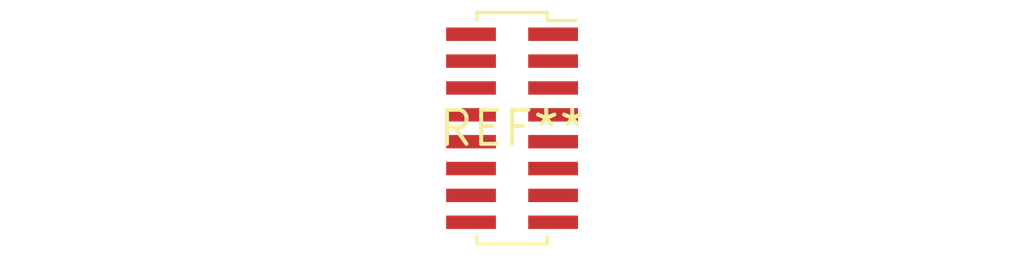
<source format=kicad_pcb>
(kicad_pcb (version 20240108) (generator pcbnew)
  (layers (0 "F.Cu" signal) (31 "B.Cu" signal) (34 "B.Paste" user) (35 "F.Paste" user) (36 "B.SilkS" user "B.Silkscreen") (37 "F.SilkS" user "F.Silkscreen") (38 "B.Mask" user) (39 "F.Mask" user) (44 "Edge.Cuts" user))
  (net 0 "")
  (footprint "PinSocket_2x08_P1.00mm_Vertical_SMD" (layer "F.Cu") (at 0 0)
    (property "Reference" "REF**")
    (property "Value" "PinSocket_2x08_P1.00mm_Vertical_SMD")
    (fp_line (start -1.31 -4.31) (end -1.31 -4.01) (layer "F.SilkS") (stroke (width 0.12)))
    (fp_line (start -1.31 -4.31) (end 1.31 -4.31) (layer "F.SilkS") (stroke (width 0.12)))
    (fp_line (start -1.31 4.01) (end -1.31 4.31) (layer "F.SilkS") (stroke (width 0.12)))
    (fp_line (start -1.31 4.31) (end 1.31 4.31) (layer "F.SilkS") (stroke (width 0.12)))
    (fp_line (start 1.31 -4.31) (end 1.31 -4.01) (layer "F.SilkS") (stroke (width 0.12)))
    (fp_line (start 1.31 -4.01) (end 2.39 -4.01) (layer "F.SilkS") (stroke (width 0.12)))
    (fp_line (start 1.31 4.01) (end 1.31 4.31) (layer "F.SilkS") (stroke (width 0.12)))
    (pad "1" smd rect (at 1.525 -3.5) (size 1.85 0.5) (layers "F.Cu" "F.Paste" "F.Mask"))
    (pad "2" smd rect (at -1.525 -3.5) (size 1.85 0.5) (layers "F.Cu" "F.Paste" "F.Mask"))
    (pad "3" smd rect (at 1.525 -2.5) (size 1.85 0.5) (layers "F.Cu" "F.Paste" "F.Mask"))
    (pad "4" smd rect (at -1.525 -2.5) (size 1.85 0.5) (layers "F.Cu" "F.Paste" "F.Mask"))
    (pad "5" smd rect (at 1.525 -1.5) (size 1.85 0.5) (layers "F.Cu" "F.Paste" "F.Mask"))
    (pad "6" smd rect (at -1.525 -1.5) (size 1.85 0.5) (layers "F.Cu" "F.Paste" "F.Mask"))
    (pad "7" smd rect (at 1.525 -0.5) (size 1.85 0.5) (layers "F.Cu" "F.Paste" "F.Mask"))
    (pad "8" smd rect (at -1.525 -0.5) (size 1.85 0.5) (layers "F.Cu" "F.Paste" "F.Mask"))
    (pad "9" smd rect (at 1.525 0.5) (size 1.85 0.5) (layers "F.Cu" "F.Paste" "F.Mask"))
    (pad "10" smd rect (at -1.525 0.5) (size 1.85 0.5) (layers "F.Cu" "F.Paste" "F.Mask"))
    (pad "11" smd rect (at 1.525 1.5) (size 1.85 0.5) (layers "F.Cu" "F.Paste" "F.Mask"))
    (pad "12" smd rect (at -1.525 1.5) (size 1.85 0.5) (layers "F.Cu" "F.Paste" "F.Mask"))
    (pad "13" smd rect (at 1.525 2.5) (size 1.85 0.5) (layers "F.Cu" "F.Paste" "F.Mask"))
    (pad "14" smd rect (at -1.525 2.5) (size 1.85 0.5) (layers "F.Cu" "F.Paste" "F.Mask"))
    (pad "15" smd rect (at 1.525 3.5) (size 1.85 0.5) (layers "F.Cu" "F.Paste" "F.Mask"))
    (pad "16" smd rect (at -1.525 3.5) (size 1.85 0.5) (layers "F.Cu" "F.Paste" "F.Mask"))
  )
)
</source>
